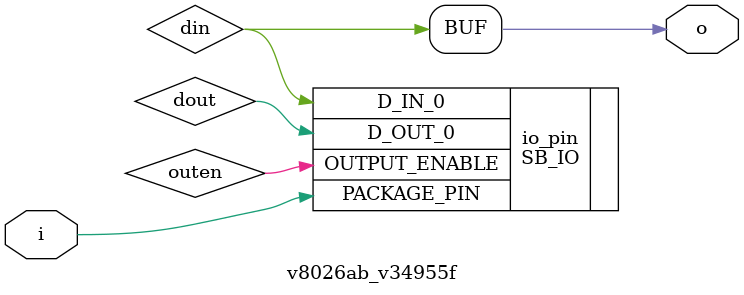
<source format=v>

`default_nettype none

module main (
 input v403f0f,
 input vef4d65,
 input vf6b7c8,
 input v4ec8f6,
 input veb38c6,
 input v25beec,
 input vc959d3,
 input vae9348,
 output v3e0955,
 output v6f653b,
 output v371968,
 output v7a319e,
 output vde9f22,
 output v3a9070,
 output v0e5298,
 output v22465b
);
 wire w0;
 wire w1;
 wire w2;
 wire w3;
 wire w4;
 wire w5;
 wire w6;
 wire w7;
 wire w8;
 wire w9;
 wire w10;
 wire w11;
 wire w12;
 wire w13;
 wire w14;
 wire w15;
 assign v3e0955 = w0;
 assign w1 = v403f0f;
 assign w2 = vef4d65;
 assign v6f653b = w3;
 assign v371968 = w4;
 assign w5 = vf6b7c8;
 assign v7a319e = w6;
 assign w7 = v4ec8f6;
 assign vde9f22 = w8;
 assign w9 = veb38c6;
 assign v3a9070 = w10;
 assign w11 = v25beec;
 assign v0e5298 = w12;
 assign w13 = vc959d3;
 assign v22465b = w14;
 assign w15 = vae9348;
 v8026ab v8620e7 (
  .v758f58(w0),
  .vedbc89(w1)
 );
 v8026ab vd3769a (
  .vedbc89(w2),
  .v758f58(w3)
 );
 v8026ab v078cd2 (
  .v758f58(w4),
  .vedbc89(w5)
 );
 v8026ab v74888f (
  .v758f58(w6),
  .vedbc89(w7)
 );
 v8026ab v751076 (
  .v758f58(w8),
  .vedbc89(w9)
 );
 v8026ab vc77573 (
  .v758f58(w10),
  .vedbc89(w11)
 );
 v8026ab va51dbd (
  .v758f58(w12),
  .vedbc89(w13)
 );
 v8026ab v878c57 (
  .v758f58(w14),
  .vedbc89(w15)
 );
endmodule

module v8026ab (
 input vedbc89,
 output v758f58
);
 wire w0;
 wire w1;
 assign w0 = vedbc89;
 assign v758f58 = w1;
 v8026ab_v34955f v34955f (
  .i(w0),
  .o(w1)
 );
endmodule

module v8026ab_v34955f (
 input i,
 output o
);
 // Pull up
 
 wire din, dout, outen;
 
 assign o = din;
 
 SB_IO #(
     .PIN_TYPE(6'b 1010_01),
     .PULLUP(1'b 1)
 ) io_pin (
     .PACKAGE_PIN(i),
     .OUTPUT_ENABLE(outen),
     .D_OUT_0(dout),
     .D_IN_0(din)
 );
endmodule

</source>
